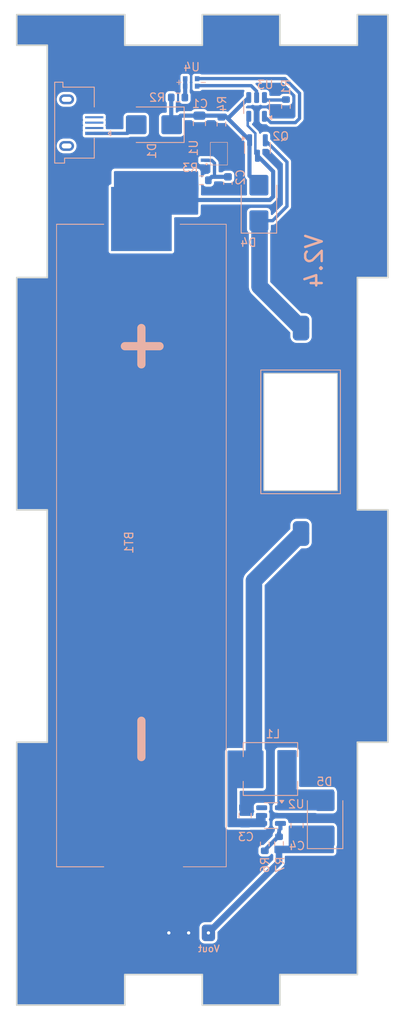
<source format=kicad_pcb>
(kicad_pcb (version 20240108) (generator "pcbnew") (generator_version "8.0")
  (layers (0 "F.Cu" signal) (31 "B.Cu" signal) (34 "B.Paste" user) (35 "F.Paste" user) (36 "B.SilkS" user "B.Silkscreen") (37 "F.SilkS" user "F.Silkscreen") (38 "B.Mask" user) (39 "F.Mask" user) (44 "Edge.Cuts" user))
  (net 0 "")
  (net 1 "Net-(D1-K)")
  (net 2 "GND")
  (net 3 "Net-(D4-K)")
  (net 4 "VOUT")
  (net 5 "Net-(D1-A)")
  (net 6 "Net-(D5-A)")
  (net 11 "Net-(BT1-+)")
  (net 12 "/Vf=0.6V")
  (net 13 "Net-(U2-EN)")
  (net 16 "Net-(U3-PROG)")
  (net 17 "Net-(U4-Blue+)")
  (net 18 "Net-(U3-~{CHRG})")
  (net 19 "Net-(U3-STDBY)")
  (net 20 "Net-(U1-VDD)")
  (footprint "Resistor_SMD:R_0603_1608Metric" (layer "B.Cu") (at 106.9848 136.2456 -90)
    (property "Reference" "R7" (at 2.5564 -0.127 90) (layer "B.SilkS") (effects (justify mirror)))
    (property "Value" "200k")
    (fp_line (start 0.237258 0.5225) (end -0.237258 0.5225) (stroke (width 0.12)) (layer "B.SilkS"))
    (fp_line (start 0.237258 -0.5225) (end -0.237258 -0.5225) (stroke (width 0.12)) (layer "B.SilkS"))
    (pad "1" smd roundrect (at -0.825 0 270) (size 0.8 0.95) (layers "B.Cu" "B.Paste" "B.Mask") (net 12 "/Vf=0.6V"))
    (pad "2" smd roundrect (at 0.825 0 270) (size 0.8 0.95) (layers "B.Cu" "B.Paste" "B.Mask") (net 4 "VOUT"))
  )
  (footprint "Capacitor_SMD:C_0805_2012Metric" (layer "B.Cu") (at 97.3328 48.9966 -90)
    (property "Reference" "C1" (at -2.3876 -0.0762 180) (layer "B.SilkS") (effects (justify mirror)))
    (property "Value" "22uF/25V")
    (fp_line (start 0.261252 0.735) (end -0.261252 0.735) (stroke (width 0.12)) (layer "B.SilkS"))
    (fp_line (start 0.261252 -0.735) (end -0.261252 -0.735) (stroke (width 0.12)) (layer "B.SilkS"))
    (pad "1" smd roundrect (at -0.95 0 270) (size 1 1.45) (layers "B.Cu" "B.Paste" "B.Mask") (net 1 "Net-(D1-K)"))
    (pad "2" smd roundrect (at 0.95 0 270) (size 1 1.45) (layers "B.Cu" "B.Paste" "B.Mask") (net 2 "GND"))
  )
  (footprint "Capacitor_SMD:C_0805_2012Metric" (layer "B.Cu") (at 102.87 132.842 90)
    (property "Reference" "C3" (at -2.5908 0.1016 0) (layer "B.SilkS") (effects (justify mirror)))
    (property "Value" "22uF/25V")
    (fp_line (start 0.261252 -0.735) (end -0.261252 -0.735) (stroke (width 0.12)) (layer "B.SilkS"))
    (fp_line (start 0.261252 0.735) (end -0.261252 0.735) (stroke (width 0.12)) (layer "B.SilkS"))
    (pad "1" smd roundrect (at -0.95 0 90) (size 1 1.45) (layers "B.Cu" "B.Paste" "B.Mask") (net 13 "Net-(U2-EN)"))
    (pad "2" smd roundrect (at 0.95 0 90) (size 1 1.45) (layers "B.Cu" "B.Paste" "B.Mask") (net 2 "GND"))
  )
  (footprint "Resistor_SMD:R_0603_1608Metric" (layer "B.Cu") (at 97.5868 55.88 180)
    (property "Reference" "R3" (at 1.3716 1.524 0) (layer "B.SilkS") (effects (justify mirror)))
    (property "Value" "1k")
    (fp_line (start 0.237258 0.5225) (end -0.237258 0.5225) (stroke (width 0.12)) (layer "B.SilkS"))
    (fp_line (start 0.237258 -0.5225) (end -0.237258 -0.5225) (stroke (width 0.12)) (layer "B.SilkS"))
    (pad "1" smd roundrect (at -0.825 0 180) (size 0.8 0.95) (layers "B.Cu" "B.Paste" "B.Mask") (net 20 "Net-(U1-VDD)"))
    (pad "2" smd roundrect (at 0.825 0 180) (size 0.8 0.95) (layers "B.Cu" "B.Paste" "B.Mask") (net 11 "Net-(BT1-+)"))
  )
  (footprint "Resistor_SMD:R_0603_1608Metric" (layer "B.Cu") (at 99.9998 49.0728 -90)
    (property "Reference" "R4" (at -2.4638 -0.0762 90) (layer "B.SilkS") (effects (justify mirror)))
    (property "Value" "10k")
    (fp_line (start 0.237258 0.5225) (end -0.237258 0.5225) (stroke (width 0.12)) (layer "B.SilkS"))
    (fp_line (start 0.237258 -0.5225) (end -0.237258 -0.5225) (stroke (width 0.12)) (layer "B.SilkS"))
    (pad "1" smd roundrect (at -0.825 0 270) (size 0.8 0.95) (layers "B.Cu" "B.Paste" "B.Mask") (net 1 "Net-(D1-K)"))
    (pad "2" smd roundrect (at 0.825 0 270) (size 0.8 0.95) (layers "B.Cu" "B.Paste" "B.Mask") (net 2 "GND"))
  )
  (footprint "Capacitor_SMD:C_0603_1608Metric" (layer "B.Cu") (at 100.7872 56.2356 -90)
    (property "Reference" "C2" (at -0.7112 -1.524 90) (layer "B.SilkS") (effects (justify mirror)))
    (property "Value" "1uF")
    (fp_line (start 0.14058 0.51) (end -0.14058 0.51) (stroke (width 0.12)) (layer "B.SilkS"))
    (fp_line (start 0.14058 -0.51) (end -0.14058 -0.51) (stroke (width 0.12)) (layer "B.SilkS"))
    (pad "1" smd roundrect (at -0.775 0 270) (size 0.9 0.95) (layers "B.Cu" "B.Paste" "B.Mask") (net 20 "Net-(U1-VDD)"))
    (pad "2" smd roundrect (at 0.775 0 270) (size 0.9 0.95) (layers "B.Cu" "B.Paste" "B.Mask") (net 2 "GND"))
  )
  (footprint "FlashlightLib:KCD11-2P" (layer "B.Cu") (at 105.156 79.375 -90)
    (property "Reference" "SW1" (hide yes))
    (property "Value" "SW_DIP_x01" (hide yes))
    (fp_rect (start 14.478 -9.271) (end -0.508 0.381) (stroke (width 0.12)) (fill none) (layer "B.SilkS"))
    (fp_rect (start 14.1 -8.9) (end -0.1 0) (stroke (width 0.12)) (fill none) (layer "Edge.Cuts"))
    (pad "1" smd roundrect (at -5.588 -4.5 270) (size 3 2) (layers "B.Cu" "B.Paste" "B.Mask") (net 3 "Net-(D4-K)"))
    (pad "2" smd roundrect (at 19.304 -4.5 270) (size 3 2) (layers "B.Cu" "B.Paste" "B.Mask") (net 13 "Net-(U2-EN)"))
  )
  (footprint "Resistor_SMD:R_0603_1608Metric" (layer "B.Cu") (at 105.2576 136.2964 -90)
    (property "Reference" "R6" (at 2.531 -0.0254 90) (layer "B.SilkS") (effects (justify mirror)))
    (property "Value" "10k")
    (fp_line (start 0.237258 0.5225) (end -0.237258 0.5225) (stroke (width 0.12)) (layer "B.SilkS"))
    (fp_line (start 0.237258 -0.5225) (end -0.237258 -0.5225) (stroke (width 0.12)) (layer "B.SilkS"))
    (pad "1" smd roundrect (at -0.825 0 270) (size 0.8 0.95) (layers "B.Cu" "B.Paste" "B.Mask") (net 2 "GND"))
    (pad "2" smd roundrect (at 0.825 0 270) (size 0.8 0.95) (layers "B.Cu" "B.Paste" "B.Mask") (net 12 "/Vf=0.6V"))
  )
  (footprint "Package_TO_SOT_SMD:SOT-23" (layer "B.Cu") (at 104.3686 51.9703 -90)
    (property "Reference" "Q2" (at -1.4243 -2.8194 0) (layer "B.SilkS") (effects (justify mirror)))
    (property "Value" "HSS2333")
    (fp_line (start -0.65 1.56) (end 0 1.56) (stroke (width 0.12)) (layer "B.SilkS"))
    (fp_line (start 0.65 1.56) (end 0 1.56) (stroke (width 0.12)) (layer "B.SilkS"))
    (fp_line (start -0.65 -1.56) (end 0 -1.56) (stroke (width 0.12)) (layer "B.SilkS"))
    (fp_line (start 0.65 -1.56) (end 0 -1.56) (stroke (width 0.12)) (layer "B.SilkS"))
    (fp_poly (pts (xy -1.1625 1.51) (xy -1.4025 1.84) (xy -0.9225 1.84) (xy -1.1625 1.51)) (stroke (width 0.12)) (fill solid) (layer "B.SilkS"))
    (pad "1" smd roundrect (at -0.9375 0.95 270) (size 1.475 0.6) (layers "B.Cu" "B.Paste" "B.Mask") (net 1 "Net-(D1-K)"))
    (pad "2" smd roundrect (at -0.9375 -0.95 270) (size 1.475 0.6) (layers "B.Cu" "B.Paste" "B.Mask") (net 3 "Net-(D4-K)"))
    (pad "3" smd roundrect (at 0.9375 0 270) (size 1.475 0.6) (layers "B.Cu" "B.Paste" "B.Mask") (net 11 "Net-(BT1-+)"))
  )
  (footprint "Package_TO_SOT_SMD:SOT-23-6" (layer "B.Cu") (at 106.0196 132.853 180)
    (property "Reference" "U2" (at -3.048 1.3826 0) (layer "B.SilkS") (effects (justify mirror)))
    (property "Value" "MT3608")
    (fp_line (start 0.8 1.56) (end 0 1.56) (stroke (width 0.12)) (layer "B.SilkS"))
    (fp_line (start 0.8 -1.56) (end 0 -1.56) (stroke (width 0.12)) (layer "B.SilkS"))
    (fp_line (start -0.8 1.56) (end 0 1.56) (stroke (width 0.12)) (layer "B.SilkS"))
    (fp_line (start -0.8 -1.56) (end 0 -1.56) (stroke (width 0.12)) (layer "B.SilkS"))
    (fp_poly (pts (xy -1.3 1.51) (xy -1.54 1.84) (xy -1.06 1.84) (xy -1.3 1.51)) (stroke (width 0.12)) (fill solid) (layer "B.SilkS"))
    (pad "1" smd roundrect (at -1.1375 0.95 180) (size 1.325 0.6) (layers "B.Cu" "B.Paste" "B.Mask") (net 6 "Net-(D5-A)"))
    (pad "2" smd roundrect (at -1.1375 0 180) (size 1.325 0.6) (layers "B.Cu" "B.Paste" "B.Mask") (net 2 "GND"))
    (pad "3" smd roundrect (at -1.1375 -0.95 180) (size 1.325 0.6) (layers "B.Cu" "B.Paste" "B.Mask") (net 12 "/Vf=0.6V"))
    (pad "4" smd roundrect (at 1.1375 -0.95 180) (size 1.325 0.6) (layers "B.Cu" "B.Paste" "B.Mask") (net 13 "Net-(U2-EN)"))
    (pad "5" smd roundrect (at 1.1375 0 180) (size 1.325 0.6) (layers "B.Cu" "B.Paste" "B.Mask") (net 13 "Net-(U2-EN)"))
    (pad "6" smd roundrect (at 1.1375 0.95 180) (size 1.325 0.6) (layers "B.Cu" "B.Paste" "B.Mask"))
  )
  (footprint "Resistor_SMD:R_0603_1608Metric" (layer "B.Cu") (at 107.823 46.927 -90)
    (property "Reference" "R1" (at -2.35 0 90) (layer "B.SilkS") (effects (justify mirror)))
    (property "Value" "1k")
    (fp_line (start 0.237258 0.5225) (end -0.237258 0.5225) (stroke (width 0.12)) (layer "B.SilkS"))
    (fp_line (start 0.237258 -0.5225) (end -0.237258 -0.5225) (stroke (width 0.12)) (layer "B.SilkS"))
    (pad "1" smd roundrect (at -0.825 0 270) (size 0.8 0.95) (layers "B.Cu" "B.Paste" "B.Mask") (net 16 "Net-(U3-PROG)"))
    (pad "2" smd roundrect (at 0.825 0 270) (size 0.8 0.95) (layers "B.Cu" "B.Paste" "B.Mask") (net 2 "GND"))
  )
  (footprint "Package_TO_SOT_SMD:TSOT-23-6" (layer "B.Cu") (at 104.267 46.99 90)
    (property "Reference" "U3" (at 2.6924 1.0414 0) (layer "B.SilkS") (effects (justify mirror)))
    (property "Value" "TP4057")
    (fp_line (start 0.8 -1.56) (end 0 -1.56) (stroke (width 0.12)) (layer "B.SilkS"))
    (fp_line (start -0.8 -1.56) (end 0 -1.56) (stroke (width 0.12)) (layer "B.SilkS"))
    (fp_line (start 0.8 1.56) (end 0 1.56) (stroke (width 0.12)) (layer "B.SilkS"))
    (fp_line (start -0.8 1.56) (end 0 1.56) (stroke (width 0.12)) (layer "B.SilkS"))
    (fp_poly (pts (xy -1.3 1.51) (xy -1.54 1.84) (xy -1.06 1.84) (xy -1.3 1.51)) (stroke (width 0.12)) (fill solid) (layer "B.SilkS"))
    (pad "1" smd roundrect (at -1.1375 0.95 90) (size 1.325 0.6) (layers "B.Cu" "B.Paste" "B.Mask") (net 18 "Net-(U3-~{CHRG})"))
    (pad "2" smd roundrect (at -1.1375 0 90) (size 1.325 0.6) (layers "B.Cu" "B.Paste" "B.Mask") (net 2 "GND"))
    (pad "3" smd roundrect (at -1.1375 -0.95 90) (size 1.325 0.6) (layers "B.Cu" "B.Paste" "B.Mask") (net 11 "Net-(BT1-+)"))
    (pad "4" smd roundrect (at 1.1375 -0.95 90) (size 1.325 0.6) (layers "B.Cu" "B.Paste" "B.Mask") (net 1 "Net-(D1-K)"))
    (pad "5" smd roundrect (at 1.1375 0 90) (size 1.325 0.6) (layers "B.Cu" "B.Paste" "B.Mask") (net 19 "Net-(U3-STDBY)"))
    (pad "6" smd roundrect (at 1.1375 0.95 90) (size 1.325 0.6) (layers "B.Cu" "B.Paste" "B.Mask") (net 16 "Net-(U3-PROG)"))
  )
  (footprint "Resistor_SMD:R_0603_1608Metric" (layer "B.Cu") (at 94.742 45.847)
    (property "Reference" "R2" (at -2.54 0 0) (layer "B.SilkS") (effects (justify mirror)))
    (property "Value" "1k")
    (fp_line (start 0.237258 -0.5225) (end -0.237258 -0.5225) (stroke (width 0.12)) (layer "B.SilkS"))
    (fp_line (start 0.237258 0.5225) (end -0.237258 0.5225) (stroke (width 0.12)) (layer "B.SilkS"))
    (pad "1" smd roundrect (at -0.825 0) (size 0.8 0.95) (layers "B.Cu" "B.Paste" "B.Mask") (net 1 "Net-(D1-K)"))
    (pad "2" smd roundrect (at 0.825 0) (size 0.8 0.95) (layers "B.Cu" "B.Paste" "B.Mask") (net 17 "Net-(U4-Blue+)"))
  )
  (footprint "FlashlightLib:L_5.0x5.0" (layer "B.Cu") (at 105.9434 127.2122)
    (property "Reference" "L1" (at 0.3048 -4.2418 180) (layer "B.SilkS") (effects (justify mirror)))
    (property "Value" "10uH")
    (fp_line (start -3.3 -3.2) (end 3.3 -3.2) (stroke (width 0.12)) (layer "B.SilkS"))
    (fp_line (start -3.3 -1.5) (end -3.3 -3.2) (stroke (width 0.12)) (layer "B.SilkS"))
    (fp_line (start -3.3 3.2) (end -3.3 1.5) (stroke (width 0.12)) (layer "B.SilkS"))
    (fp_line (start 3.3 -3.2) (end 3.3 -1.5) (stroke (width 0.12)) (layer "B.SilkS"))
    (fp_line (start 3.3 1.5) (end 3.3 3.2) (stroke (width 0.12)) (layer "B.SilkS"))
    (fp_line (start 3.3 3.2) (end -3.3 3.2) (stroke (width 0.12)) (layer "B.SilkS"))
    (pad "1" smd rect (at -2 0) (size 2.124 4.22) (layers "B.Cu" "B.Paste" "B.Mask") (net 13 "Net-(U2-EN)"))
    (pad "2" smd rect (at 2 0) (size 2.124 4.2) (layers "B.Cu" "B.Paste" "B.Mask") (net 6 "Net-(D5-A)"))
  )
  (footprint "MyFootprints:R6BHC-A05_LED" (layer "B.Cu") (at 97.028 43.561 180)
    (property "Reference" "U4" (at 0.635 1.397 0) (layer "B.SilkS") (effects (justify mirror)))
    (property "Value" "R6BHC-A05_LED-19-223")
    (fp_text user "+" (at 1.6764 -0.8128 0) (layer "B.SilkS") (effects (font (size 0.7 0.7) (thickness 0.1)) (justify left bottom mirror)))
    (fp_text user "-" (at -1.27 -0.8128 0) (layer "B.SilkS") (effects (font (size 0.7 0.7) (thickness 0.1)) (justify left bottom mirror)))
    (pad "1" smd rect (at 1.4224 -0.9144) (size 0.55 0.6) (layers "B.Cu" "B.Paste" "B.Mask") (net 17 "Net-(U4-Blue+)"))
    (pad "2" smd rect (at -0.0276 -0.9144) (size 0.55 0.6) (layers "B.Cu" "B.Paste" "B.Mask") (net 19 "Net-(U3-STDBY)"))
    (pad "3" smd rect (at 1.4224 -0.0144) (size 0.55 0.6) (layers "B.Cu" "B.Paste" "B.Mask") (net 17 "Net-(U4-Blue+)"))
    (pad "4" smd rect (at -0.0276 -0.0144) (size 0.55 0.6) (layers "B.Cu" "B.Paste" "B.Mask") (net 18 "Net-(U3-~{CHRG})"))
  )
  (footprint "FlashlightLib:LED_Strip" (layer "B.Cu") (at 98.425 147.066 180)
    (property "Reference" "J2" (hide yes))
    (property "Value" "Conn_01x03_Pin")
    (fp_text user "Vout" (at -1.45 -2.39 0) (layer "B.SilkS") (effects (font (size 0.8 0.8)) (justify left bottom mirror)))
    (pad "1" thru_hole roundrect (at 0 0 180) (size 1.6 2) (drill 0.4) (layers "*.Cu" "*.Mask") (net 4 "VOUT"))
    (pad "2" thru_hole roundrect (at 2.4 0 180) (size 1.6 2) (drill 0.4) (layers "*.Cu" "*.Mask") (net 2 "GND"))
    (pad "3" thru_hole roundrect (at 4.8 0 180) (size 1.6 2) (drill 0.4) (layers "*.Cu" "*.Mask") (net 2 "GND"))
  )
  (footprint "FlashlightLib:BH-18650_NoHole" (layer "B.Cu") (at 90.297 100.197)
    (property "Reference" "BT1" (at -1.5 -0.43 90) (layer "B.SilkS") (effects (justify mirror)))
    (property "Value" "Battery_Cell")
    (fp_line (start -10.287 38.862) (end -10.287 -38.989) (stroke (width 0.1)) (layer "B.SilkS"))
    (fp_line (start -10.287 38.862) (end -4.572 38.862) (stroke (width 0.12)) (layer "B.SilkS"))
    (fp_line (start -4.572 -38.989) (end -10.287 -38.989) (stroke (width 0.12)) (layer "B.SilkS"))
    (fp_line (start -2 -24.216) (end 2.2 -24.216) (stroke (width 1)) (layer "B.SilkS"))
    (fp_line (start 0 -22.016) (end 0 -26.416) (stroke (width 1)) (layer "B.SilkS"))
    (fp_line (start 0 25.568) (end 0 21.168) (stroke (width 1)) (layer "B.SilkS"))
    (fp_line (start 4.699 -38.989) (end 10.287 -38.989) (stroke (width 0.1)) (layer "B.SilkS"))
    (fp_line (start 10.287 -38.989) (end 10.287 38.862) (stroke (width 0.1)) (layer "B.SilkS"))
    (fp_line (start 10.287 38.862) (end 5.08 38.862) (stroke (width 0.1)) (layer "B.SilkS"))
    (pad "1" smd rect (at 0 -39.63 270) (size 7.77 7.35) (layers "B.Cu" "B.Paste" "B.Mask") (net 11 "Net-(BT1-+)"))
    (pad "2" smd rect (at 0 39.63 270) (size 7.77 7.35) (layers "B.Cu" "B.Paste" "B.Mask") (net 2 "GND"))
  )
  (footprint "Diode_SMD:D_SMB" (layer "B.Cu") (at 91.821 49.149 180)
    (property "Reference" "D1" (at 0.254 -3.175 90) (layer "B.SilkS") (effects (justify mirror)))
    (property "Value" "D_Schottky")
    (fp_line (start 2.15 2.15) (end -3.66 2.15) (stroke (width 0.12)) (layer "B.SilkS"))
    (fp_line (start 2.15 -2.15) (end -3.66 -2.15) (stroke (width 0.12)) (layer "B.SilkS"))
    (fp_line (start -3.66 -2.15) (end -3.66 2.15) (stroke (width 0.12)) (layer "B.SilkS"))
    (pad "1" smd roundrect (at -2.15 0 180) (size 2.5 2.3) (layers "B.Cu" "B.Paste" "B.Mask") (roundrect_rratio 0.1086956522) (net 1 "Net-(D1-K)"))
    (pad "2" smd roundrect (at 2.15 0 180) (size 2.5 2.3) (layers "B.Cu" "B.Paste" "B.Mask") (roundrect_rratio 0.1086956522) (net 5 "Net-(D1-A)"))
  )
  (footprint "Capacitor_SMD:C_0805_2012Metric" (layer "B.Cu") (at 109.1692 134.0612 90)
    (property "Reference" "C4" (at -2.4638 0 0) (layer "B.SilkS") (effects (justify mirror)))
    (property "Value" "22uF/25V")
    (fp_line (start 0.261252 -0.735) (end -0.261252 -0.735) (stroke (width 0.12)) (layer "B.SilkS"))
    (fp_line (start 0.261252 0.735) (end -0.261252 0.735) (stroke (width 0.12)) (layer "B.SilkS"))
    (pad "1" smd roundrect (at -0.95 0 90) (size 1 1.45) (layers "B.Cu" "B.Paste" "B.Mask") (net 4 "VOUT"))
    (pad "2" smd roundrect (at 0.95 0 90) (size 1 1.45) (layers "B.Cu" "B.Paste" "B.Mask") (net 2 "GND"))
  )
  (footprint "FlashlightLib:USB-1101IPX6-02" (layer "B.Cu") (at 82.957 48.895 90)
    (property "Reference" "J1" (hide yes))
    (property "Value" "USB_B_Micro" (hide yes))
    (fp_line (start 4.9 -3.175) (end -4.9 -3.175) (stroke (width 0.12)) (layer "B.SilkS"))
    (fp_line (start -4.9 -3.175) (end -4.9 -1.975) (stroke (width 0.12)) (layer "B.SilkS"))
    (fp_line (start 4.9 -2.175) (end 4.9 -3.175) (stroke (width 0.12)) (layer "B.SilkS"))
    (fp_line (start 4.3 -2.175) (end 4.9 -2.175) (stroke (width 0.12)) (layer "B.SilkS"))
    (fp_line (start -4.3 -1.975) (end -4.3 1.625) (stroke (width 0.12)) (layer "B.SilkS"))
    (fp_line (start -4.9 -1.975) (end -4.3 -1.975) (stroke (width 0.12)) (layer "B.SilkS"))
    (fp_line (start 4.3 1.625) (end 4.3 -2.175) (stroke (width 0.12)) (layer "B.SilkS"))
    (fp_line (start 1.9 1.625) (end 4.3 1.625) (stroke (width 0.12)) (layer "B.SilkS"))
    (fp_line (start -4.3 1.625) (end -1.9 1.625) (stroke (width 0.12)) (layer "B.SilkS"))
    (fp_line (start -1 3.625) (end -1.3 3.325) (stroke (width 0.12)) (layer "B.SilkS"))
    (fp_line (start -1 3.625) (end -1.6 3.625) (stroke (width 0.12)) (layer "B.SilkS"))
    (fp_line (start -1.6 3.625) (end -1.3 3.325) (stroke (width 0.12)) (layer "B.SilkS"))
    (pad "1" smd rect (at -1.3 1.625) (size 2.2 0.4) (layers "B.Cu" "B.Paste" "B.Mask") (net 5 "Net-(D1-A)"))
    (pad "2" smd rect (at -0.65 1.625) (size 2.2 0.25) (layers "B.Cu" "B.Paste" "B.Mask"))
    (pad "3" smd rect (at 0 1.625) (size 2.2 0.25) (layers "B.Cu" "B.Paste" "B.Mask"))
    (pad "4" smd rect (at 0.65 1.625) (size 2.2 0.25) (layers "B.Cu" "B.Paste" "B.Mask"))
    (pad "5" smd rect (at 1.3 1.625) (size 2.2 0.4) (layers "B.Cu" "B.Paste" "B.Mask") (net 2 "GND"))
    (pad "6" thru_hole oval (at -2.825 -1.725) (size 1.8 1.2) (drill oval 1.2 0.6) (layers "*.Cu" "*.Mask"))
    (pad "6" thru_hole oval (at 2.825 -1.725) (size 1.8 1.2) (drill oval 1.2 0.6) (layers "*.Cu" "*.Mask"))
  )
  (footprint "Diode_SMD:D_SMB" (layer "B.Cu") (at 112.5728 133.1976 90)
    (property "Reference" "D5" (at 4.445 -0.0762 180) (layer "B.SilkS") (effects (justify mirror)))
    (property "Value" "D_Schottky")
    (fp_line (start 2.15 -2.15) (end -3.66 -2.15) (stroke (width 0.12)) (layer "B.SilkS"))
    (fp_line (start -3.66 -2.15) (end -3.66 2.15) (stroke (width 0.12)) (layer "B.SilkS"))
    (fp_line (start 2.15 2.15) (end -3.66 2.15) (stroke (width 0.12)) (layer "B.SilkS"))
    (pad "1" smd roundrect (at -2.15 0 90) (size 2.5 2.3) (layers "B.Cu" "B.Paste" "B.Mask") (roundrect_rratio 0.1086956522) (net 4 "VOUT"))
    (pad "2" smd roundrect (at 2.15 0 90) (size 2.5 2.3) (layers "B.Cu" "B.Paste" "B.Mask") (roundrect_rratio 0.1086956522) (net 6 "Net-(D5-A)"))
  )
  (footprint "FlashlightLib:XB4908A" (layer "B.Cu") (at 98.044 53.3654)
    (property "Reference" "U1" (at -1.4224 -1.397 90) (layer "B.SilkS") (effects (justify mirror)))
    (property "Value" "XB4908A")
    (fp_rect (start 2.6924 -2.0828) (end 0.6096 0.6604) (stroke (width 0.07)) (fill none) (layer "B.SilkS"))
    (fp_circle (center 0.1532 0.5588) (end 0.2332 0.5588) (stroke (width 0.12)) (fill solid) (layer "B.SilkS"))
    (pad "1" smd rect (at -0.05 0.08) (size 1 0.4) (layers "B.Cu" "B.Paste" "B.Mask") (net 20 "Net-(U1-VDD)"))
    (pad "2" smd rect (at -0.05 -1.2) (size 1 1.12) (layers "B.Cu" "B.Paste" "B.Mask") (net 2 "GND"))
    (pad "3" smd rect (at 3.35 -1.273) (size 1 0.8) (layers "B.Cu" "B.Paste" "B.Mask") (net 2 "GND"))
    (pad "4" smd rect (at 3.35 -0.2) (size 1 0.8) (layers "B.Cu" "B.Paste" "B.Mask") (net 2 "GND"))
  )
  (footprint "Diode_SMD:D_SMB" (layer "B.Cu") (at 104.5464 58.6232 90)
    (property "Reference" "D4" (at -4.8006 -1.27 0) (layer "B.SilkS") (effects (justify mirror)))
    (property "Value" "D_Schottky")
    (fp_line (start 2.15 -2.15) (end -3.66 -2.15) (stroke (width 0.12)) (layer "B.SilkS"))
    (fp_line (start -3.66 -2.15) (end -3.66 2.15) (stroke (width 0.12)) (layer "B.SilkS"))
    (fp_line (start 2.15 2.15) (end -3.66 2.15) (stroke (width 0.12)) (layer "B.SilkS"))
    (pad "1" smd roundrect (at -2.15 0 90) (size 2.5 2.3) (layers "B.Cu" "B.Paste" "B.Mask") (roundrect_rratio 0.1086956522) (net 3 "Net-(D4-K)"))
    (pad "2" smd roundrect (at 2.15 0 90) (size 2.5 2.3) (layers "B.Cu" "B.Paste" "B.Mask") (roundrect_rratio 0.1086956522) (net 1 "Net-(D1-K)"))
  )
  (gr_line (start 88.284 155.814) (end 88.284 152.114) (stroke (width 0.2)) (layer "Edge.Cuts"))
  (gr_line (start 75.184 95.814) (end 78.884 95.814) (stroke (width 0.2)) (layer "Edge.Cuts"))
  (gr_line (start 107.084 155.814) (end 107.084 152.114) (stroke (width 0.2)) (layer "Edge.Cuts"))
  (gr_line (start 116.484 35.814) (end 116.484 39.514) (stroke (width 0.2)) (layer "Edge.Cuts"))
  (gr_line (start 120.184 95.814) (end 116.484 95.814) (stroke (width 0.2)) (layer "Edge.Cuts"))
  (gr_line (start 75.184 35.814) (end 75.184 39.514) (stroke (width 0.2)) (layer "Edge.Cuts"))
  (gr_line (start 116.484 95.814) (end 116.484 67.664) (stroke (width 0.2)) (layer "Edge.Cuts"))
  (gr_line (start 107.084 152.114) (end 116.484 152.114) (stroke (width 0.2)) (layer "Edge.Cuts"))
  (gr_line (start 120.184 67.664) (end 120.184 35.814) (stroke (width 0.2)) (layer "Edge.Cuts"))
  (gr_line (start 107.084 35.814) (end 97.684 35.814) (stroke (width 0.2)) (layer "Edge.Cuts"))
  (gr_line (start 116.484 39.514) (end 107.084 39.514) (stroke (width 0.2)) (layer "Edge.Cuts"))
  (gr_line (start 75.184 39.514) (end 78.884 39.514) (stroke (width 0.2)) (layer "Edge.Cuts"))
  (gr_line (start 78.884 67.664) (end 75.184 67.664) (stroke (width 0.2)) (layer "Edge.Cuts"))
  (gr_line (start 97.684 39.514) (end 88.284 39.514) (stroke (width 0.2)) (layer "Edge.Cuts"))
  (gr_line (start 120.184 123.964) (end 120.184 95.814) (stroke (width 0.2)) (layer "Edge.Cuts"))
  (gr_line (start 78.884 95.814) (end 78.884 123.964) (stroke (width 0.2)) (layer "Edge.Cuts"))
  (gr_line (start 78.884 35.814) (end 75.184 35.814) (stroke (width 0.2)) (layer "Edge.Cuts"))
  (gr_line (start 116.484 123.964) (end 120.184 123.964) (stroke (width 0.2)) (layer "Edge.Cuts"))
  (gr_line (start 88.284 35.814) (end 78.884 35.814) (stroke (width 0.2)) (layer "Edge.Cuts"))
  (gr_line (start 97.684 155.814) (end 107.084 155.814) (stroke (width 0.2)) (layer "Edge.Cuts"))
  (gr_line (start 88.284 39.514) (end 88.284 35.814) (stroke (width 0.2)) (layer "Edge.Cuts"))
  (gr_line (start 116.484 67.664) (end 120.184 67.664) (stroke (width 0.2)) (layer "Edge.Cuts"))
  (gr_line (start 75.184 123.964) (end 75.184 155.814) (stroke (width 0.2)) (layer "Edge.Cuts"))
  (gr_line (start 97.684 35.814) (end 97.684 39.514) (stroke (width 0.2)) (layer "Edge.Cuts"))
  (gr_line (start 116.484 152.114) (end 116.484 123.964) (stroke (width 0.2)) (layer "Edge.Cuts"))
  (gr_line (start 75.184 67.664) (end 75.184 95.814) (stroke (width 0.2)) (layer "Edge.Cuts"))
  (gr_line (start 75.184 155.814) (end 88.284 155.814) (stroke (width 0.2)) (layer "Edge.Cuts"))
  (gr_line (start 107.084 39.514) (end 107.084 35.814) (stroke (width 0.2)) (layer "Edge.Cuts"))
  (gr_line (start 88.284 152.114) (end 97.684 152.114) (stroke (width 0.2)) (layer "Edge.Cuts"))
  (gr_line (start 120.184 35.814) (end 116.484 35.814) (stroke (width 0.2)) (layer "Edge.Cuts"))
  (gr_line (start 97.684 152.114) (end 97.684 155.814) (stroke (width 0.2)) (layer "Edge.Cuts"))
  (gr_line (start 78.884 39.514) (end 78.884 67.664) (stroke (width 0.2)) (layer "Edge.Cuts"))
  (gr_line (start 78.884 123.964) (end 75.184 123.964) (stroke (width 0.2)) (layer "Edge.Cuts"))
  (gr_text "V2.4" (at 112.4204 62.23 90) (layer "B.SilkS") (effects (font (size 2 2) (thickness 0.3) (bold yes)) (justify left bottom mirror)))
  (segment (start 95.0734 48.0466) (end 100.4324 48.0466) (width 0.5) (layer "B.Cu") (net 1))
  (segment (start 103.4034 55.3302) (end 104.5464 56.4732) (width 0.5) (layer "B.Cu") (net 1))
  (segment (start 93.917 45.847) (end 93.917 49.095) (width 0.5) (layer "B.Cu") (net 1))
  (segment (start 102.32795 49.94215) (end 103.4186 51.0328) (width 0.5) (layer "B.Cu") (net 1))
  (segment (start 103.4186 51.0328) (end 103.4034 51.048) (width 0.5) (layer "B.Cu") (net 1))
  (segment (start 100.4324 48.0466) (end 102.32795 49.94215) (width 0.5) (layer "B.Cu") (net 1))
  (segment (start 103.19 45.9795) (end 100.8054 48.3641) (width 0.5) (layer "B.Cu") (net 1))
  (segment (start 93.917 49.095) (end 93.971 49.149) (width 0.5) (layer "B.Cu") (net 1))
  (segment (start 93.971 49.149) (end 95.0734 48.0466) (width 0.5) (layer "B.Cu") (net 1))
  (segment (start 103.4034 51.048) (end 103.4034 55.3302) (width 0.5) (layer "B.Cu") (net 1))
  (segment (start 94.10255 49.01745) (end 93.971 49.149) (width 0.5) (layer "B.Cu") (net 1))
  (segment (start 104.6226 68.7536) (end 109.656 73.787) (width 2) (layer "B.Cu") (net 3))
  (segment (start 104.5464 60.7732) (end 104.6226 60.8494) (width 2) (layer "B.Cu") (net 3))
  (segment (start 107.95 53.6642) (end 107.95 59.0296) (width 0.4) (layer "B.Cu") (net 3))
  (segment (start 105.3186 51.0328) (end 107.95 53.6642) (width 0.4) (layer "B.Cu") (net 3))
  (segment (start 107.95 59.0296) (end 106.2064 60.7732) (width 0.4) (layer "B.Cu") (net 3))
  (segment (start 104.6226 60.8494) (end 104.6226 68.7536) (width 2) (layer "B.Cu") (net 3))
  (segment (start 106.2064 60.7732) (end 104.5464 60.7732) (width 0.4) (layer "B.Cu") (net 3))
  (segment (start 106.9848 138.5062) (end 98.425 147.066) (width 0.8) (layer "B.Cu") (net 4))
  (segment (start 106.9848 137.0706) (end 106.9848 138.5062) (width 0.8) (layer "B.Cu") (net 4))
  (segment (start 84.582 50.195) (end 88.625 50.195) (width 0.4) (layer "B.Cu") (net 5))
  (segment (start 88.625 50.195) (end 89.671 49.149) (width 0.4) (layer "B.Cu") (net 5))
  (segment (start 106.2736 57.8612) (end 105.8672 58.2676) (width 0.5) (layer "B.Cu") (net 11))
  (segment (start 92.5964 58.2676) (end 90.297 60.567) (width 0.5) (layer "B.Cu") (net 11))
  (segment (start 106.2736 54.8128) (end 106.2736 57.8612) (width 0.5) (layer "B.Cu") (net 11))
  (segment (start 103.19 49.2658) (end 103.19 48.2545) (width 0.3) (layer "B.Cu") (net 11))
  (segment (start 104.1146 52.6538) (end 104.1146 50.1904) (width 0.3) (layer "B.Cu") (net 11))
  (segment (start 104.3686 52.9078) (end 104.1146 52.6538) (width 0.3) (layer "B.Cu") (net 11))
  (segment (start 105.8672 58.2676) (end 92.5964 58.2676) (width 0.5) (layer "B.Cu") (net 11))
  (segment (start 104.1146 50.1904) (end 103.19 49.2658) (width 0.3) (layer "B.Cu") (net 11))
  (segment (start 104.3686 52.9078) (end 106.2736 54.8128) (width 0.5) (layer "B.Cu") (net 11))
  (segment (start 105.2576 137.1214) (end 105.2576 137.0462) (width 0.5) (layer "B.Cu") (net 12))
  (segment (start 105.2576 137.0462) (end 106.9848 135.319) (width 0.5) (layer "B.Cu") (net 12))
  (segment (start 103.9434 104.3916) (end 103.9434 127.2122) (width 2) (layer "B.Cu") (net 13))
  (segment (start 109.656 98.679) (end 103.9434 104.3916) (width 2) (layer "B.Cu") (net 13))
  (segment (start 107.6706 46.1537) (end 105.5182 46.1537) (width 0.4) (layer "B.Cu") (net 16))
  (segment (start 105.5182 46.1537) (end 105.217 45.8525) (width 0.4) (layer "B.Cu") (net 16))
  (segment (start 95.6056 45.8084) (end 95.6056 44.4754) (width 0.5) (layer "B.Cu") (net 17))
  (segment (start 95.567 45.847) (end 95.6056 45.8084) (width 0.5) (layer "B.Cu") (net 17))
  (segment (start 95.6056 44.4754) (end 95.6056 43.5754) (width 0.5) (layer "B.Cu") (net 17))
  (segment (start 107.696 43.561) (end 109.474 45.339) (width 0.4) (layer "B.Cu") (net 18))
  (segment (start 109.474 45.339) (end 109.474 48.387) (width 0.4) (layer "B.Cu") (net 18))
  (segment (start 97.07 43.561) (end 107.696 43.561) (width 0.4) (layer "B.Cu") (net 18))
  (segment (start 105.9845 48.895) (end 105.217 48.1275) (width 0.4) (layer "B.Cu") (net 18))
  (segment (start 97.0556 43.5754) (end 97.07 43.561) (width 0.4) (layer "B.Cu") (net 18))
  (segment (start 108.966 48.895) (end 105.9845 48.895) (width 0.4) (layer "B.Cu") (net 18))
  (segment (start 109.474 48.387) (end 108.966 48.895) (width 0.4) (layer "B.Cu") (net 18))
  (segment (start 97.0556 44.4754) (end 97.116 44.415) (width 0.4) (layer "B.Cu") (net 19))
  (segment (start 97.116 44.415) (end 103.597 44.415) (width 0.4) (layer "B.Cu") (net 19))
  (segment (start 104.267 45.085) (end 104.267 45.8525) (width 0.4) (layer "B.Cu") (net 19))
  (segment (start 103.597 44.415) (end 104.267 45.085) (width 0.4) (layer "B.Cu") (net 19))
  (segment (start 98.4118 55.88) (end 98.8312 55.4606) (width 0.5) (layer "B.Cu") (net 20))
  (segment (start 99.1616 55.372) (end 99.1616 53.7972) (width 0.4) (layer "B.Cu") (net 20))
  (segment (start 98.8298 53.4654) (end 97.994 53.4654) (width 0.4) (layer "B.Cu") (net 20))
  (segment (start 98.8312 55.4606) (end 100.7872 55.4606) (width 0.5) (layer "B.Cu") (net 20))
  (segment (start 99.1616 53.7972) (end 98.8298 53.4654) (width 0.4) (layer "B.Cu") (net 20))
  (zone (net 11) (net_name "Net-(BT1-+)") (layer "B.Cu") (priority 5) (connect_pads yes (clearance 0.3)) (min_thickness 0.25) (fill yes (thermal_gap 0.5) (thermal_bridge_width 0.5))
    (polygon (pts (xy 86.9696 60.0456) (xy 94.1832 60.0456) (xy 97.1804 60.0456) (xy 97.2312 56.8452) (xy 97.1804 54.7624) (xy 86.9696 54.7624)))
  )
  (zone (net 12) (net_name "/Vf=0.6V") (layer "B.Cu") (priority 4) (connect_pads (clearance 0.2)) (min_thickness 0.25) (fill yes (thermal_gap 0.5) (thermal_bridge_width 0.5))
    (polygon (pts (xy 106.7816 133.5024) (xy 107.696 133.5024) (xy 107.696 135.7884) (xy 106.5276 135.7884) (xy 106.5276 134.8232) (xy 106.7816 134.8232)))
  )
  (zone (net 6) (net_name "Net-(D5-A)") (layer "B.Cu") (priority 3) (connect_pads yes (clearance 0.2)) (min_thickness 0.25) (fill yes (thermal_gap 0.5) (thermal_bridge_width 0.5))
    (polygon (pts (xy 106.7816 132.2324) (xy 113.6396 132.2324) (xy 113.6396 129.6924) (xy 109.1184 129.6924) (xy 109.1184 124.9172) (xy 106.7816 124.9172)))
  )
  (zone (net 13) (net_name "Net-(U2-EN)") (layer "B.Cu") (priority 2) (connect_pads yes (clearance 0.2)) (min_thickness 0.25) (fill yes (thermal_gap 0.5) (thermal_bridge_width 0.5))
    (polygon (pts (xy 105.3592 134.2644) (xy 105.3592 132.5372) (xy 104.1908 132.5372) (xy 104.1908 133.1976) (xy 101.9048 133.1976) (xy 101.9048 129.54) (xy 105.1052 129.54) (xy 105.1052 124.968) (xy 100.7364 124.968) (xy 100.7364 134.2644)))
  )
  (zone (net 4) (net_name "VOUT") (layer "B.Cu") (priority 1) (connect_pads yes (clearance 0.2)) (min_thickness 0.25) (fill yes (thermal_gap 0.5) (thermal_bridge_width 0.5))
    (polygon (pts (xy 106.426 137.414) (xy 113.6396 137.414) (xy 113.6396 134.0612) (xy 108.1532 134.0612) (xy 108.1532 136.4996) (xy 106.426 136.4996)))
  )
  (zone (net 2) (net_name "GND") (layer "B.Cu") (connect_pads yes (clearance 0.3)) (min_thickness 0.25) (fill yes (thermal_gap 0.3) (thermal_bridge_width 0.3))
    (polygon (pts (xy 73.152 34.036) (xy 73.152 157.988) (xy 121.412 157.988) (xy 121.412 34.036)))
  )
)
</source>
